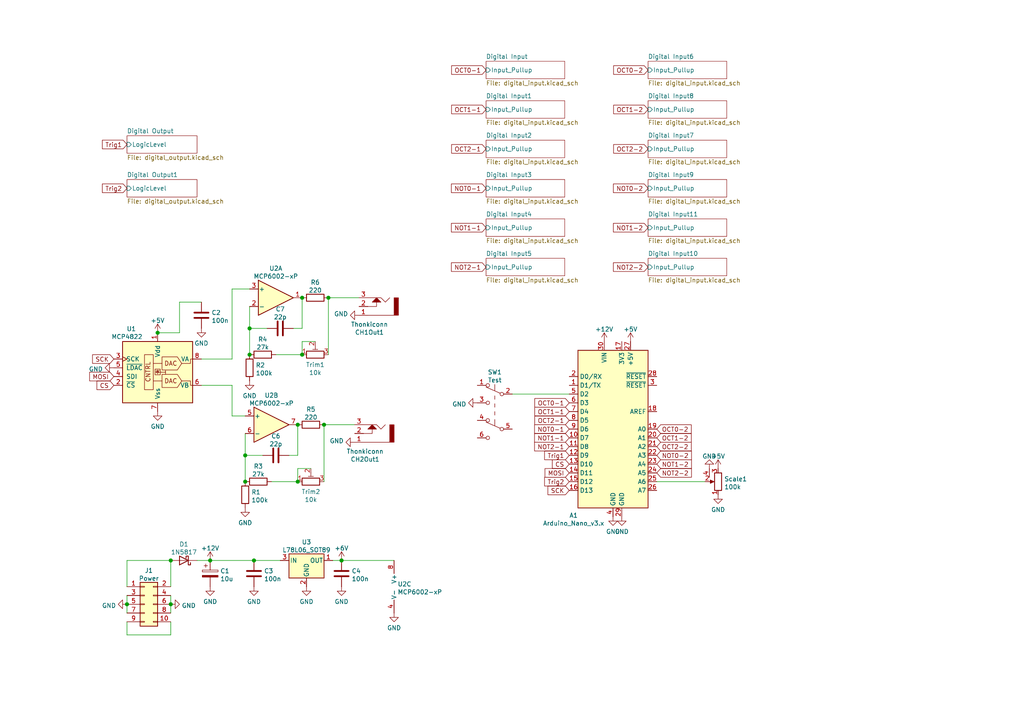
<source format=kicad_sch>
(kicad_sch (version 20210126) (generator eeschema)
  (paper "A4")
  (lib_symbols
    (symbol "Amplifier_Operational:MCP6002-xP" (pin_names (offset 0.127))
      (property "Reference" "U" (at 0 5.08 0))
      (property "Value" "MCP6002-xP" (at 0 -5.08 0))
      (symbol "MCP6002-xP_1_1"
        (polyline (pts (xy -5.08 5.08) (xy 5.08 0) (xy -5.08 -5.08) (xy -5.08 5.08)) (stroke (width 0.254)) (fill (type background)))
        (pin output line (at 7.62 0 180) (length 2.54) (name "~") (number "1"))
        (pin input line (at -7.62 -2.54 0) (length 2.54) (name "-") (number "2"))
        (pin input line (at -7.62 2.54 0) (length 2.54) (name "+") (number "3"))
      )
      (symbol "MCP6002-xP_2_1"
        (polyline (pts (xy -5.08 5.08) (xy 5.08 0) (xy -5.08 -5.08) (xy -5.08 5.08)) (stroke (width 0.254)) (fill (type background)))
        (pin input line (at -7.62 2.54 0) (length 2.54) (name "+") (number "5"))
        (pin input line (at -7.62 -2.54 0) (length 2.54) (name "-") (number "6"))
        (pin output line (at 7.62 0 180) (length 2.54) (name "~") (number "7"))
      )
      (symbol "MCP6002-xP_3_1"
        (pin power_in line (at -2.54 -7.62 90) (length 3.81) (name "V-") (number "4"))
        (pin power_in line (at -2.54 7.62 270) (length 3.81) (name "V+") (number "8"))
      )
    )
    (symbol "Analog_DAC:MCP4822" (pin_names (offset 1.016))
      (property "Reference" "U" (at -2.54 10.795 0))
      (property "Value" "MCP4822" (at -2.54 8.89 0))
      (symbol "MCP4822_0_0"
        (text "CNTRL" (at -2.032 -4.191 900) (effects (font (size 1.27 1.27)) (justify left bottom)))
        (text "DAC" (at 3.81 -3.81 0) (effects (font (size 1.27 1.27))))
        (text "DAC" (at 3.81 1.27 0) (effects (font (size 1.27 1.27))))
        (rectangle (start 0.762 -0.381) (end -0.762 -2.032))
        (polyline (pts (xy 0 -1.778) (xy 0 -0.635)))
        (polyline (pts (xy 0.381 -0.889) (xy 0.508 -0.762)))
        (polyline (pts (xy 2.286 -1.143) (xy 2.286 -1.905)))
        (polyline (pts (xy 0.381 -0.889) (xy -0.381 -0.889) (xy -0.508 -1.016)))
        (polyline (pts (xy 0.762 -1.27) (xy 2.286 -1.27) (xy 2.286 -0.762)))
        (polyline (pts (xy 0 -0.889) (xy 0.508 -1.397) (xy -0.508 -1.397) (xy 0 -0.889)))
        (polyline (pts (xy 6.985 -3.81) (xy 9.525 -3.81) (xy 9.525 -5.08) (xy 10.16 -5.08)))
        (polyline (pts (xy 6.985 1.27) (xy 9.525 1.27) (xy 9.525 2.54) (xy 10.16 2.54)))
      )
      (symbol "MCP4822_0_1"
        (rectangle (start -1.27 -6.35) (end -3.81 3.81))
        (rectangle (start -10.16 7.62) (end 10.16 -10.16) (stroke (width 0.254)) (fill (type background)))
        (polyline (pts (xy 1.27 -3.81) (xy -1.27 -3.81)))
        (polyline (pts (xy 1.27 1.27) (xy -1.27 1.27)))
        (polyline (pts (xy 6.985 -3.81) (xy 5.715 -1.905) (xy 1.27 -1.905) (xy 1.27 -5.715) (xy 5.715 -5.715) (xy 6.985 -3.81)))
        (polyline (pts (xy 6.985 1.27) (xy 5.715 3.175) (xy 1.27 3.175) (xy 1.27 -0.635) (xy 5.715 -0.635) (xy 6.985 1.27)))
      )
      (symbol "MCP4822_1_1"
        (pin power_in line (at 0 10.16 270) (length 2.54) (name "Vdd") (number "1"))
        (pin input line (at -12.7 -5.08 0) (length 2.54) (name "~CS") (number "2"))
        (pin input clock (at -12.7 2.54 0) (length 2.54) (name "SCK") (number "3"))
        (pin input line (at -12.7 -2.54 0) (length 2.54) (name "SDI") (number "4"))
        (pin input line (at -12.7 0 0) (length 2.54) (name "~LDAC") (number "5"))
        (pin output line (at 12.7 -5.08 180) (length 2.54) (name "VB") (number "6"))
        (pin power_in line (at 0 -12.7 90) (length 2.54) (name "Vss") (number "7"))
        (pin output line (at 12.7 2.54 180) (length 2.54) (name "VA") (number "8"))
      )
    )
    (symbol "Connector_Generic:Conn_02x05_Odd_Even" (pin_names (offset 1.016) hide)
      (property "Reference" "J" (at 1.27 7.62 0))
      (property "Value" "Conn_02x05_Odd_Even" (at 1.27 -7.62 0))
      (symbol "Conn_02x05_Odd_Even_1_1"
        (rectangle (start -1.27 -4.953) (end 0 -5.207) (stroke (width 0.1524)))
        (rectangle (start -1.27 -2.413) (end 0 -2.667) (stroke (width 0.1524)))
        (rectangle (start -1.27 0.127) (end 0 -0.127) (stroke (width 0.1524)))
        (rectangle (start -1.27 2.667) (end 0 2.413) (stroke (width 0.1524)))
        (rectangle (start -1.27 5.207) (end 0 4.953) (stroke (width 0.1524)))
        (rectangle (start 3.81 -4.953) (end 2.54 -5.207) (stroke (width 0.1524)))
        (rectangle (start 3.81 -2.413) (end 2.54 -2.667) (stroke (width 0.1524)))
        (rectangle (start 3.81 0.127) (end 2.54 -0.127) (stroke (width 0.1524)))
        (rectangle (start 3.81 2.667) (end 2.54 2.413) (stroke (width 0.1524)))
        (rectangle (start 3.81 5.207) (end 2.54 4.953) (stroke (width 0.1524)))
        (rectangle (start -1.27 6.35) (end 3.81 -6.35) (stroke (width 0.254)) (fill (type background)))
        (pin passive line (at -5.08 5.08 0) (length 3.81) (name "Pin_1") (number "1"))
        (pin passive line (at 7.62 -5.08 180) (length 3.81) (name "Pin_10") (number "10"))
        (pin passive line (at 7.62 5.08 180) (length 3.81) (name "Pin_2") (number "2"))
        (pin passive line (at -5.08 2.54 0) (length 3.81) (name "Pin_3") (number "3"))
        (pin passive line (at 7.62 2.54 180) (length 3.81) (name "Pin_4") (number "4"))
        (pin passive line (at -5.08 0 0) (length 3.81) (name "Pin_5") (number "5"))
        (pin passive line (at 7.62 0 180) (length 3.81) (name "Pin_6") (number "6"))
        (pin passive line (at -5.08 -2.54 0) (length 3.81) (name "Pin_7") (number "7"))
        (pin passive line (at 7.62 -2.54 180) (length 3.81) (name "Pin_8") (number "8"))
        (pin passive line (at -5.08 -5.08 0) (length 3.81) (name "Pin_9") (number "9"))
      )
    )
    (symbol "Device:C" (pin_numbers hide) (pin_names (offset 0.254))
      (property "Reference" "C" (at 0.635 2.54 0))
      (property "Value" "C" (at 0.635 -2.54 0))
      (symbol "C_0_1"
        (polyline (pts (xy -2.032 -0.762) (xy 2.032 -0.762)) (stroke (width 0.508)))
        (polyline (pts (xy -2.032 0.762) (xy 2.032 0.762)) (stroke (width 0.508)))
      )
      (symbol "C_1_1"
        (pin passive line (at 0 3.81 270) (length 2.794) (name "~") (number "1"))
        (pin passive line (at 0 -3.81 90) (length 2.794) (name "~") (number "2"))
      )
    )
    (symbol "Device:C_Polarized" (pin_numbers hide) (pin_names (offset 0.254))
      (property "Reference" "C" (at 0.635 2.54 0))
      (property "Value" "C_Polarized" (at 0.635 -2.54 0))
      (symbol "C_Polarized_0_1"
        (rectangle (start -2.286 0.508) (end 2.286 1.016))
        (rectangle (start 2.286 -0.508) (end -2.286 -1.016) (fill (type outline)))
        (polyline (pts (xy -1.778 2.286) (xy -0.762 2.286)))
        (polyline (pts (xy -1.27 2.794) (xy -1.27 1.778)))
      )
      (symbol "C_Polarized_1_1"
        (pin passive line (at 0 3.81 270) (length 2.794) (name "~") (number "1"))
        (pin passive line (at 0 -3.81 90) (length 2.794) (name "~") (number "2"))
      )
    )
    (symbol "Device:R" (pin_numbers hide) (pin_names (offset 0))
      (property "Reference" "R" (at 2.032 0 90))
      (property "Value" "R" (at 0 0 90))
      (symbol "R_0_1"
        (rectangle (start -1.016 -2.54) (end 1.016 2.54) (stroke (width 0.254)))
      )
      (symbol "R_1_1"
        (pin passive line (at 0 3.81 270) (length 1.27) (name "~") (number "1"))
        (pin passive line (at 0 -3.81 90) (length 1.27) (name "~") (number "2"))
      )
    )
    (symbol "Device:R_Potentiometer_GND2" (pin_names (offset 1.016) hide)
      (property "Reference" "RV" (at -4.445 0 90))
      (property "Value" "R_Potentiometer_GND2" (at -2.54 0 90))
      (symbol "R_Potentiometer_GND2_0_1"
        (rectangle (start 1.016 2.54) (end -1.016 -2.54) (stroke (width 0.254)))
        (polyline (pts (xy 2.54 0) (xy 1.524 0)))
        (polyline (pts (xy 1.143 0) (xy 2.286 0.508) (xy 2.286 -0.508) (xy 1.143 0)) (fill (type outline)))
      )
      (symbol "R_Potentiometer_GND2_1_1"
        (pin passive line (at 0 3.81 270) (length 1.27) (name "1") (number "1"))
        (pin passive line (at 3.81 0 180) (length 1.27) (name "2") (number "2"))
        (pin passive line (at 0 -3.81 90) (length 1.27) (name "3") (number "3"))
        (pin passive line (at 2.54 -3.81 90) (length 2.54) (name "GND") (number "4"))
      )
    )
    (symbol "Device:R_Potentiometer_Trim" (pin_names (offset 1.016) hide)
      (property "Reference" "RV" (at -4.445 0 90))
      (property "Value" "R_Potentiometer_Trim" (at -2.54 0 90))
      (symbol "R_Potentiometer_Trim_0_1"
        (rectangle (start 1.016 2.54) (end -1.016 -2.54) (stroke (width 0.254)))
        (polyline (pts (xy 1.524 0.762) (xy 1.524 -0.762)))
        (polyline (pts (xy 2.54 0) (xy 1.524 0)))
      )
      (symbol "R_Potentiometer_Trim_1_1"
        (pin passive line (at 0 3.81 270) (length 1.27) (name "1") (number "1"))
        (pin passive line (at 3.81 0 180) (length 1.27) (name "2") (number "2"))
        (pin passive line (at 0 -3.81 90) (length 1.27) (name "3") (number "3"))
      )
    )
    (symbol "Diode:1N5817" (pin_numbers hide) (pin_names (offset 1.016) hide)
      (property "Reference" "D" (at 0 2.54 0))
      (property "Value" "1N5817" (at 0 -2.54 0))
      (symbol "1N5817_0_1"
        (polyline (pts (xy 1.27 0) (xy -1.27 0)))
        (polyline (pts (xy 1.27 1.27) (xy 1.27 -1.27) (xy -1.27 0) (xy 1.27 1.27)) (stroke (width 0.254)))
        (polyline (pts (xy -1.905 0.635) (xy -1.905 1.27) (xy -1.27 1.27) (xy -1.27 -1.27) (xy -0.635 -1.27) (xy -0.635 -0.635)) (stroke (width 0.254)))
      )
      (symbol "1N5817_1_1"
        (pin passive line (at -3.81 0 0) (length 2.54) (name "K") (number "1"))
        (pin passive line (at 3.81 0 180) (length 2.54) (name "A") (number "2"))
      )
    )
    (symbol "MCU_Module:Arduino_Nano_v3.x"
      (property "Reference" "A" (at -10.16 23.495 0))
      (property "Value" "Arduino_Nano_v3.x" (at 5.08 -24.13 0))
      (symbol "Arduino_Nano_v3.x_0_1"
        (rectangle (start -10.16 22.86) (end 10.16 -22.86) (stroke (width 0.254)) (fill (type background)))
      )
      (symbol "Arduino_Nano_v3.x_1_1"
        (pin bidirectional line (at -12.7 12.7 0) (length 2.54) (name "D1/TX") (number "1"))
        (pin bidirectional line (at -12.7 -2.54 0) (length 2.54) (name "D7") (number "10"))
        (pin bidirectional line (at -12.7 -5.08 0) (length 2.54) (name "D8") (number "11"))
        (pin bidirectional line (at -12.7 -7.62 0) (length 2.54) (name "D9") (number "12"))
        (pin bidirectional line (at -12.7 -10.16 0) (length 2.54) (name "D10") (number "13"))
        (pin bidirectional line (at -12.7 -12.7 0) (length 2.54) (name "D11") (number "14"))
        (pin bidirectional line (at -12.7 -15.24 0) (length 2.54) (name "D12") (number "15"))
        (pin bidirectional line (at -12.7 -17.78 0) (length 2.54) (name "D13") (number "16"))
        (pin power_out line (at 2.54 25.4 270) (length 2.54) (name "3V3") (number "17"))
        (pin input line (at 12.7 5.08 180) (length 2.54) (name "AREF") (number "18"))
        (pin bidirectional line (at 12.7 0 180) (length 2.54) (name "A0") (number "19"))
        (pin bidirectional line (at -12.7 15.24 0) (length 2.54) (name "D0/RX") (number "2"))
        (pin bidirectional line (at 12.7 -2.54 180) (length 2.54) (name "A1") (number "20"))
        (pin bidirectional line (at 12.7 -5.08 180) (length 2.54) (name "A2") (number "21"))
        (pin bidirectional line (at 12.7 -7.62 180) (length 2.54) (name "A3") (number "22"))
        (pin bidirectional line (at 12.7 -10.16 180) (length 2.54) (name "A4") (number "23"))
        (pin bidirectional line (at 12.7 -12.7 180) (length 2.54) (name "A5") (number "24"))
        (pin bidirectional line (at 12.7 -15.24 180) (length 2.54) (name "A6") (number "25"))
        (pin bidirectional line (at 12.7 -17.78 180) (length 2.54) (name "A7") (number "26"))
        (pin power_out line (at 5.08 25.4 270) (length 2.54) (name "+5V") (number "27"))
        (pin input line (at 12.7 15.24 180) (length 2.54) (name "~RESET") (number "28"))
        (pin power_in line (at 2.54 -25.4 90) (length 2.54) (name "GND") (number "29"))
        (pin input line (at 12.7 12.7 180) (length 2.54) (name "~RESET") (number "3"))
        (pin power_in line (at -2.54 25.4 270) (length 2.54) (name "VIN") (number "30"))
        (pin power_in line (at 0 -25.4 90) (length 2.54) (name "GND") (number "4"))
        (pin bidirectional line (at -12.7 10.16 0) (length 2.54) (name "D2") (number "5"))
        (pin bidirectional line (at -12.7 7.62 0) (length 2.54) (name "D3") (number "6"))
        (pin bidirectional line (at -12.7 5.08 0) (length 2.54) (name "D4") (number "7"))
        (pin bidirectional line (at -12.7 2.54 0) (length 2.54) (name "D5") (number "8"))
        (pin bidirectional line (at -12.7 0 0) (length 2.54) (name "D6") (number "9"))
      )
    )
    (symbol "Regulator_Linear:L78L06_SOT89" (pin_names (offset 0.254))
      (property "Reference" "U" (at -3.81 3.175 0))
      (property "Value" "L78L06_SOT89" (at -0.635 3.175 0))
      (symbol "L78L06_SOT89_0_1"
        (rectangle (start -5.08 1.905) (end 5.08 -5.08) (stroke (width 0.254)) (fill (type background)))
      )
      (symbol "L78L06_SOT89_1_1"
        (pin power_out line (at 7.62 0 180) (length 2.54) (name "OUT") (number "1"))
        (pin power_in line (at 0 -7.62 90) (length 2.54) (name "GND") (number "2"))
        (pin power_in line (at -7.62 0 0) (length 2.54) (name "IN") (number "3"))
      )
    )
    (symbol "Switch:SW_Push_DPDT" (pin_names (offset 0) hide)
      (property "Reference" "SW" (at 0 8.89 0))
      (property "Value" "SW_Push_DPDT" (at 0 -10.16 0))
      (symbol "SW_Push_DPDT_0_0"
        (circle (center -2.032 -5.08) (radius 0.508))
        (circle (center -2.032 5.08) (radius 0.508))
        (circle (center 2.032 -7.62) (radius 0.508))
        (circle (center 2.032 2.54) (radius 0.508))
      )
      (symbol "SW_Push_DPDT_0_1"
        (circle (center 2.032 -2.54) (radius 0.508))
        (circle (center 2.032 7.62) (radius 0.508))
        (polyline (pts (xy -1.524 -4.826) (xy 2.54 -3.048)))
        (polyline (pts (xy -1.524 5.334) (xy 2.54 7.112)))
        (polyline (pts (xy 0 -2.286) (xy 0 -4.064)))
        (polyline (pts (xy 0 -1.016) (xy 0 0)))
        (polyline (pts (xy 0 1.27) (xy 0 2.286)))
        (polyline (pts (xy 0 3.556) (xy 0 4.572)))
        (polyline (pts (xy 0 7.874) (xy 0 6.096)))
      )
      (symbol "SW_Push_DPDT_1_1"
        (pin passive line (at 5.08 7.62 180) (length 2.54) (name "A") (number "1"))
        (pin passive line (at -5.08 5.08 0) (length 2.54) (name "B") (number "2"))
        (pin passive line (at 5.08 2.54 180) (length 2.54) (name "C") (number "3"))
        (pin passive line (at 5.08 -2.54 180) (length 2.54) (name "A") (number "4"))
        (pin passive line (at -5.08 -5.08 0) (length 2.54) (name "B") (number "5"))
        (pin passive line (at 5.08 -7.62 180) (length 2.54) (name "C") (number "6"))
      )
    )
    (symbol "nathans_symbols:Thonkiconn"
      (property "Reference" "U" (at -2.54 7.62 0))
      (property "Value" "Thonkiconn" (at -2.54 5.08 0))
      (symbol "Thonkiconn_0_1"
        (rectangle (start -11.43 2.54) (end -10.16 -2.54) (stroke (width 0.1524)) (fill (type outline)))
        (polyline (pts (xy -2.54 2.54) (xy -10.16 2.54)) (stroke (width 0.1524)))
        (polyline (pts (xy -2.54 0) (xy -5.08 0) (xy -5.08 -2.54)) (stroke (width 0.1524)))
        (polyline (pts (xy -2.54 -2.54) (xy -6.35 -2.54) (xy -7.62 -1.27) (xy -8.89 -2.54)) (stroke (width 0.1524)))
        (polyline (pts (xy -5.08 -2.54) (xy -6.35 -1.27) (xy -3.81 -1.27) (xy -5.08 -2.54)) (stroke (width 0.1524)) (fill (type outline)))
      )
      (symbol "Thonkiconn_1_1"
        (pin passive line (at 0 2.54 180) (length 2.54) (name "") (number "1"))
        (pin passive line (at 0 0 180) (length 2.54) (name "") (number "2"))
        (pin passive line (at 0 -2.54 180) (length 2.54) (name "") (number "3"))
      )
    )
    (symbol "power:+12V" (power) (pin_names (offset 0))
      (property "Value" "+12V" (at 0 3.556 0))
      (symbol "+12V_0_1"
        (polyline (pts (xy -0.762 1.27) (xy 0 2.54)))
        (polyline (pts (xy 0 0) (xy 0 2.54)))
        (polyline (pts (xy 0 2.54) (xy 0.762 1.27)))
      )
      (symbol "+12V_1_1"
        (pin power_in line (at 0 0 90) (length 0) hide (name "+12V") (number "1"))
      )
    )
    (symbol "power:+5V" (power) (pin_names (offset 0))
      (property "Value" "+5V" (at 0 3.556 0))
      (symbol "+5V_0_1"
        (polyline (pts (xy -0.762 1.27) (xy 0 2.54)))
        (polyline (pts (xy 0 0) (xy 0 2.54)))
        (polyline (pts (xy 0 2.54) (xy 0.762 1.27)))
      )
      (symbol "+5V_1_1"
        (pin power_in line (at 0 0 90) (length 0) hide (name "+5V") (number "1"))
      )
    )
    (symbol "power:+6V" (power) (pin_names (offset 0))
      (property "Value" "+6V" (at 0 3.556 0))
      (symbol "+6V_0_1"
        (polyline (pts (xy -0.762 1.27) (xy 0 2.54)))
        (polyline (pts (xy 0 0) (xy 0 2.54)))
        (polyline (pts (xy 0 2.54) (xy 0.762 1.27)))
      )
      (symbol "+6V_1_1"
        (pin power_in line (at 0 0 90) (length 0) hide (name "+6V") (number "1"))
      )
    )
    (symbol "power:GND" (power) (pin_names (offset 0))
      (property "Value" "GND" (at 0 -3.81 0))
      (symbol "GND_0_1"
        (polyline (pts (xy 0 0) (xy 0 -1.27) (xy 1.27 -1.27) (xy 0 -2.54) (xy -1.27 -1.27) (xy 0 -1.27)))
      )
      (symbol "GND_1_1"
        (pin power_in line (at 0 0 270) (length 0) hide (name "GND") (number "1"))
      )
    )
  )
  (junction (at 36.83 175.26) (diameter 1.016))
  (junction (at 45.72 96.52) (diameter 1.016))
  (junction (at 49.53 162.56) (diameter 1.016))
  (junction (at 49.53 175.26) (diameter 1.016))
  (junction (at 60.96 162.56) (diameter 1.016))
  (junction (at 71.12 132.08) (diameter 1.016))
  (junction (at 71.12 139.7) (diameter 1.016))
  (junction (at 72.39 95.25) (diameter 1.016))
  (junction (at 72.39 102.87) (diameter 1.016))
  (junction (at 73.66 162.56) (diameter 1.016))
  (junction (at 86.36 123.19) (diameter 1.016))
  (junction (at 86.36 139.7) (diameter 1.016))
  (junction (at 87.63 86.36) (diameter 1.016))
  (junction (at 87.63 102.87) (diameter 1.016))
  (junction (at 93.98 123.19) (diameter 1.016))
  (junction (at 95.25 86.36) (diameter 1.016))
  (junction (at 99.06 162.56) (diameter 1.016))
  (wire (pts (xy 36.83 162.56) (xy 49.53 162.56)))
  (wire (pts (xy 36.83 170.18) (xy 36.83 162.56)))
  (wire (pts (xy 36.83 172.72) (xy 36.83 175.26)))
  (wire (pts (xy 36.83 175.26) (xy 36.83 177.8)))
  (wire (pts (xy 36.83 180.34) (xy 36.83 184.15)))
  (wire (pts (xy 36.83 184.15) (xy 49.53 184.15)))
  (wire (pts (xy 45.72 96.52) (xy 52.07 96.52)))
  (wire (pts (xy 49.53 170.18) (xy 49.53 162.56)))
  (wire (pts (xy 49.53 172.72) (xy 49.53 175.26)))
  (wire (pts (xy 49.53 175.26) (xy 49.53 177.8)))
  (wire (pts (xy 49.53 184.15) (xy 49.53 180.34)))
  (wire (pts (xy 52.07 87.63) (xy 58.42 87.63)))
  (wire (pts (xy 52.07 96.52) (xy 52.07 87.63)))
  (wire (pts (xy 57.15 162.56) (xy 60.96 162.56)))
  (wire (pts (xy 60.96 162.56) (xy 73.66 162.56)))
  (wire (pts (xy 67.31 83.82) (xy 67.31 104.14)))
  (wire (pts (xy 67.31 104.14) (xy 58.42 104.14)))
  (wire (pts (xy 67.31 111.76) (xy 58.42 111.76)))
  (wire (pts (xy 67.31 120.65) (xy 67.31 111.76)))
  (wire (pts (xy 71.12 120.65) (xy 67.31 120.65)))
  (wire (pts (xy 71.12 125.73) (xy 71.12 132.08)))
  (wire (pts (xy 71.12 132.08) (xy 71.12 139.7)))
  (wire (pts (xy 71.12 132.08) (xy 76.2 132.08)))
  (wire (pts (xy 72.39 83.82) (xy 67.31 83.82)))
  (wire (pts (xy 72.39 88.9) (xy 72.39 95.25)))
  (wire (pts (xy 72.39 95.25) (xy 72.39 102.87)))
  (wire (pts (xy 72.39 95.25) (xy 77.47 95.25)))
  (wire (pts (xy 73.66 162.56) (xy 81.28 162.56)))
  (wire (pts (xy 78.74 139.7) (xy 86.36 139.7)))
  (wire (pts (xy 80.01 102.87) (xy 87.63 102.87)))
  (wire (pts (xy 83.82 132.08) (xy 86.36 132.08)))
  (wire (pts (xy 85.09 95.25) (xy 87.63 95.25)))
  (wire (pts (xy 86.36 132.08) (xy 86.36 123.19)))
  (wire (pts (xy 86.36 135.89) (xy 86.36 139.7)))
  (wire (pts (xy 87.63 95.25) (xy 87.63 86.36)))
  (wire (pts (xy 87.63 99.06) (xy 87.63 102.87)))
  (wire (pts (xy 90.17 135.89) (xy 86.36 135.89)))
  (wire (pts (xy 91.44 99.06) (xy 87.63 99.06)))
  (wire (pts (xy 93.98 123.19) (xy 93.98 139.7)))
  (wire (pts (xy 93.98 123.19) (xy 102.87 123.19)))
  (wire (pts (xy 95.25 86.36) (xy 95.25 102.87)))
  (wire (pts (xy 95.25 86.36) (xy 104.14 86.36)))
  (wire (pts (xy 96.52 162.56) (xy 99.06 162.56)))
  (wire (pts (xy 99.06 162.56) (xy 114.3 162.56)))
  (wire (pts (xy 148.59 114.3) (xy 165.1 114.3)))
  (wire (pts (xy 190.5 139.7) (xy 204.47 139.7)))
  (global_label "SCK" (shape input) (at 33.02 104.14 180) (property "Intersheet References" "${INTERSHEET_REFS}" (effects hide)))
  (global_label "MOSI" (shape input) (at 33.02 109.22 180) (property "Intersheet References" "${INTERSHEET_REFS}" (effects hide)))
  (global_label "CS" (shape input) (at 33.02 111.76 180) (property "Intersheet References" "${INTERSHEET_REFS}" (effects hide)))
  (global_label "Trig1" (shape input) (at 36.83 41.91 180) (property "Intersheet References" "${INTERSHEET_REFS}" (effects hide)))
  (global_label "Trig2" (shape input) (at 36.83 54.61 180) (property "Intersheet References" "${INTERSHEET_REFS}" (effects hide)))
  (global_label "OCT0-1" (shape input) (at 140.97 20.32 180) (property "Intersheet References" "${INTERSHEET_REFS}" (effects hide)))
  (global_label "OCT1-1" (shape input) (at 140.97 31.75 180) (property "Intersheet References" "${INTERSHEET_REFS}" (effects hide)))
  (global_label "OCT2-1" (shape input) (at 140.97 43.18 180) (property "Intersheet References" "${INTERSHEET_REFS}" (effects hide)))
  (global_label "NOT0-1" (shape input) (at 140.97 54.61 180) (property "Intersheet References" "${INTERSHEET_REFS}" (effects hide)))
  (global_label "NOT1-1" (shape input) (at 140.97 66.04 180) (property "Intersheet References" "${INTERSHEET_REFS}" (effects hide)))
  (global_label "NOT2-1" (shape input) (at 140.97 77.47 180) (property "Intersheet References" "${INTERSHEET_REFS}" (effects hide)))
  (global_label "OCT0-1" (shape input) (at 165.1 116.84 180) (property "Intersheet References" "${INTERSHEET_REFS}" (effects hide)))
  (global_label "OCT1-1" (shape input) (at 165.1 119.38 180) (property "Intersheet References" "${INTERSHEET_REFS}" (effects hide)))
  (global_label "OCT2-1" (shape input) (at 165.1 121.92 180) (property "Intersheet References" "${INTERSHEET_REFS}" (effects hide)))
  (global_label "NOT0-1" (shape input) (at 165.1 124.46 180) (property "Intersheet References" "${INTERSHEET_REFS}" (effects hide)))
  (global_label "NOT1-1" (shape input) (at 165.1 127 180) (property "Intersheet References" "${INTERSHEET_REFS}" (effects hide)))
  (global_label "NOT2-1" (shape input) (at 165.1 129.54 180) (property "Intersheet References" "${INTERSHEET_REFS}" (effects hide)))
  (global_label "Trig1" (shape input) (at 165.1 132.08 180) (property "Intersheet References" "${INTERSHEET_REFS}" (effects hide)))
  (global_label "CS" (shape input) (at 165.1 134.62 180) (property "Intersheet References" "${INTERSHEET_REFS}" (effects hide)))
  (global_label "MOSI" (shape input) (at 165.1 137.16 180) (property "Intersheet References" "${INTERSHEET_REFS}" (effects hide)))
  (global_label "Trig2" (shape input) (at 165.1 139.7 180) (property "Intersheet References" "${INTERSHEET_REFS}" (effects hide)))
  (global_label "SCK" (shape input) (at 165.1 142.24 180) (property "Intersheet References" "${INTERSHEET_REFS}" (effects hide)))
  (global_label "OCT0-2" (shape input) (at 187.96 20.32 180) (property "Intersheet References" "${INTERSHEET_REFS}" (effects hide)))
  (global_label "OCT1-2" (shape input) (at 187.96 31.75 180) (property "Intersheet References" "${INTERSHEET_REFS}" (effects hide)))
  (global_label "OCT2-2" (shape input) (at 187.96 43.18 180) (property "Intersheet References" "${INTERSHEET_REFS}" (effects hide)))
  (global_label "NOT0-2" (shape input) (at 187.96 54.61 180) (property "Intersheet References" "${INTERSHEET_REFS}" (effects hide)))
  (global_label "NOT1-2" (shape input) (at 187.96 66.04 180) (property "Intersheet References" "${INTERSHEET_REFS}" (effects hide)))
  (global_label "NOT2-2" (shape input) (at 187.96 77.47 180) (property "Intersheet References" "${INTERSHEET_REFS}" (effects hide)))
  (global_label "OCT0-2" (shape input) (at 190.5 124.46 0) (property "Intersheet References" "${INTERSHEET_REFS}" (effects hide)))
  (global_label "OCT1-2" (shape input) (at 190.5 127 0) (property "Intersheet References" "${INTERSHEET_REFS}" (effects hide)))
  (global_label "OCT2-2" (shape input) (at 190.5 129.54 0) (property "Intersheet References" "${INTERSHEET_REFS}" (effects hide)))
  (global_label "NOT0-2" (shape input) (at 190.5 132.08 0) (property "Intersheet References" "${INTERSHEET_REFS}" (effects hide)))
  (global_label "NOT1-2" (shape input) (at 190.5 134.62 0) (property "Intersheet References" "${INTERSHEET_REFS}" (effects hide)))
  (global_label "NOT2-2" (shape input) (at 190.5 137.16 0) (property "Intersheet References" "${INTERSHEET_REFS}" (effects hide)))
  (symbol (lib_id "power:+5V") (at 45.72 96.52 0) (unit 1)
    (property "Reference" "#PWR03" (effects hide))
    (property "Value" "+5V" (at 45.72 92.9726 0))
  )
  (symbol (lib_id "power:+12V") (at 60.96 162.56 0) (unit 1)
    (property "Reference" "#PWR05" (effects hide))
    (property "Value" "+12V" (at 60.96 159.0126 0))
  )
  (symbol (lib_id "power:+6V") (at 99.06 162.56 0) (unit 1)
    (property "Reference" "#PWR010" (effects hide))
    (property "Value" "+6V" (at 99.06 159.0126 0))
  )
  (symbol (lib_id "power:+12V") (at 175.26 99.06 0) (unit 1)
    (property "Reference" "#PWR0112" (effects hide))
    (property "Value" "+12V" (at 175.26 95.5126 0))
  )
  (symbol (lib_id "power:+5V") (at 182.88 99.06 0) (unit 1)
    (property "Reference" "#PWR0113" (effects hide))
    (property "Value" "+5V" (at 182.88 95.5126 0))
  )
  (symbol (lib_id "power:+5V") (at 208.28 135.89 0) (unit 1)
    (property "Reference" "#PWR0107" (effects hide))
    (property "Value" "+5V" (at 208.28 132.3426 0))
  )
  (symbol (lib_id "power:GND") (at 33.02 106.68 270) (unit 1)
    (property "Reference" "#PWR0104" (effects hide))
    (property "Value" "GND" (at 29.845 107.0685 90) (effects (justify right)))
  )
  (symbol (lib_id "power:GND") (at 36.83 175.26 270) (unit 1)
    (property "Reference" "#PWR01" (effects hide))
    (property "Value" "GND" (at 33.655 175.6485 90) (effects (justify right)))
  )
  (symbol (lib_id "power:GND") (at 45.72 119.38 0) (unit 1)
    (property "Reference" "#PWR04" (effects hide))
    (property "Value" "GND" (at 45.72 123.7044 0))
  )
  (symbol (lib_id "power:GND") (at 49.53 175.26 90) (unit 1)
    (property "Reference" "#PWR02" (effects hide))
    (property "Value" "GND" (at 52.7051 175.6485 90) (effects (justify right)))
  )
  (symbol (lib_id "power:GND") (at 58.42 95.25 0) (unit 1)
    (property "Reference" "#PWR07" (effects hide))
    (property "Value" "GND" (at 58.42 99.5744 0))
  )
  (symbol (lib_id "power:GND") (at 60.96 170.18 0) (unit 1)
    (property "Reference" "#PWR06" (effects hide))
    (property "Value" "GND" (at 60.96 174.5044 0))
  )
  (symbol (lib_id "power:GND") (at 71.12 147.32 0) (unit 1)
    (property "Reference" "#PWR0102" (effects hide))
    (property "Value" "GND" (at 71.12 151.6444 0))
  )
  (symbol (lib_id "power:GND") (at 72.39 110.49 0) (unit 1)
    (property "Reference" "#PWR0103" (effects hide))
    (property "Value" "GND" (at 72.39 114.8144 0))
  )
  (symbol (lib_id "power:GND") (at 73.66 170.18 0) (unit 1)
    (property "Reference" "#PWR08" (effects hide))
    (property "Value" "GND" (at 73.66 174.5044 0))
  )
  (symbol (lib_id "power:GND") (at 88.9 170.18 0) (unit 1)
    (property "Reference" "#PWR09" (effects hide))
    (property "Value" "GND" (at 88.9 174.5044 0))
  )
  (symbol (lib_id "power:GND") (at 99.06 170.18 0) (unit 1)
    (property "Reference" "#PWR011" (effects hide))
    (property "Value" "GND" (at 99.06 174.5044 0))
  )
  (symbol (lib_id "power:GND") (at 102.87 128.27 270) (unit 1)
    (property "Reference" "#PWR0101" (effects hide))
    (property "Value" "GND" (at 99.6949 127.8815 90) (effects (justify right)))
  )
  (symbol (lib_id "power:GND") (at 104.14 91.44 270) (unit 1)
    (property "Reference" "#PWR0105" (effects hide))
    (property "Value" "GND" (at 100.9649 91.0515 90) (effects (justify right)))
  )
  (symbol (lib_id "power:GND") (at 114.3 177.8 0) (unit 1)
    (property "Reference" "#PWR014" (effects hide))
    (property "Value" "GND" (at 114.3 182.1244 0))
  )
  (symbol (lib_id "power:GND") (at 138.43 116.84 270) (unit 1)
    (property "Reference" "#PWR0108" (effects hide))
    (property "Value" "GND" (at 135.255 117.2285 90) (effects (justify right)))
  )
  (symbol (lib_id "power:GND") (at 177.8 149.86 0) (unit 1)
    (property "Reference" "#PWR0110" (effects hide))
    (property "Value" "GND" (at 177.8 154.1844 0))
  )
  (symbol (lib_id "power:GND") (at 180.34 149.86 0) (unit 1)
    (property "Reference" "#PWR0109" (effects hide))
    (property "Value" "GND" (at 180.34 154.1844 0))
  )
  (symbol (lib_id "power:GND") (at 205.74 135.89 180) (unit 1)
    (property "Reference" "#PWR0111" (effects hide))
    (property "Value" "GND" (at 205.74 132.3426 0))
  )
  (symbol (lib_id "power:GND") (at 208.28 143.51 0) (unit 1)
    (property "Reference" "#PWR0106" (effects hide))
    (property "Value" "GND" (at 208.28 147.8344 0))
  )
  (symbol (lib_id "Amplifier_Operational:MCP6002-xP") (at 116.84 170.18 0) (unit 3)
    (property "Reference" "U2" (at 115.3161 169.4191 0) (effects (justify left)))
    (property "Value" "MCP6002-xP" (at 115.3161 171.7178 0) (effects (justify left)))
    (property "Footprint" "Package_SO:SOIC-8_3.9x4.9mm_P1.27mm" (effects hide))
    (property "Datasheet" "http://ww1.microchip.com/downloads/en/DeviceDoc/21733j.pdf" (effects hide))
    (property "LCSC" "C7377" (effects hide))
  )
  (symbol (lib_id "Device:R") (at 71.12 143.51 180) (unit 1)
    (property "Reference" "R1" (at 72.8981 142.7491 0) (effects (justify right)))
    (property "Value" "100k" (at 72.8981 145.0478 0) (effects (justify right)))
    (property "Footprint" "Resistor_SMD:R_0805_2012MetricValue" (effects hide))
    (property "LCSC" "C17407" (effects hide))
  )
  (symbol (lib_id "Device:R") (at 72.39 106.68 180) (unit 1)
    (property "Reference" "R2" (at 74.1681 105.9191 0) (effects (justify right)))
    (property "Value" "100k" (at 74.1681 108.2178 0) (effects (justify right)))
    (property "Footprint" "Resistor_SMD:R_0805_2012MetricValue" (effects hide))
    (property "LCSC" "C17407" (effects hide))
  )
  (symbol (lib_id "Device:R") (at 74.93 139.7 90) (unit 1)
    (property "Reference" "R3" (at 74.93 135.2508 90))
    (property "Value" "27k" (at 74.93 137.5495 90))
    (property "Footprint" "Resistor_SMD:R_0805_2012MetricValue" (effects hide))
    (property "LCSC" "C17593" (effects hide))
  )
  (symbol (lib_id "Device:R") (at 76.2 102.87 90) (unit 1)
    (property "Reference" "R4" (at 76.2 98.4208 90))
    (property "Value" "27k" (at 76.2 100.7195 90))
    (property "Footprint" "Resistor_SMD:R_0805_2012MetricValue" (effects hide))
    (property "LCSC" "C17593" (effects hide))
  )
  (symbol (lib_id "Device:R") (at 90.17 123.19 90) (unit 1)
    (property "Reference" "R5" (at 90.17 118.7408 90))
    (property "Value" "220" (at 90.17 121.0395 90))
    (property "Footprint" "Resistor_SMD:R_0805_2012MetricValue" (effects hide))
    (property "LCSC" "C17557" (effects hide))
  )
  (symbol (lib_id "Device:R") (at 91.44 86.36 90) (unit 1)
    (property "Reference" "R6" (at 91.44 81.9108 90))
    (property "Value" "220" (at 91.44 84.2095 90))
    (property "Footprint" "Resistor_SMD:R_0805_2012MetricValue" (effects hide))
    (property "LCSC" "C17557" (effects hide))
  )
  (symbol (lib_id "Diode:1N5817") (at 53.34 162.56 180) (unit 1)
    (property "Reference" "D1" (at 53.34 157.8568 0))
    (property "Value" "1N5817" (at 53.34 160.1555 0))
    (property "Footprint" "Diode_THT:D_DO-41_SOD81_P10.16mm_Horizontal" (effects hide))
    (property "Datasheet" "http://www.vishay.com/docs/88525/1n5817.pdf" (effects hide))
  )
  (symbol (lib_id "Device:C") (at 58.42 91.44 0) (unit 1)
    (property "Reference" "C2" (at 61.3411 90.6791 0) (effects (justify left)))
    (property "Value" "100n" (at 61.3411 92.9778 0) (effects (justify left)))
    (property "Footprint" "Capacitor_SMD:C_0805_2012MetricVal" (effects hide))
    (property "LCSC" "C49678" (effects hide))
  )
  (symbol (lib_id "Device:C_Polarized") (at 60.96 166.37 0) (unit 1)
    (property "Reference" "C1" (at 63.8811 165.6091 0) (effects (justify left)))
    (property "Value" "10u" (at 63.8811 167.9078 0) (effects (justify left)))
    (property "Footprint" "Capacitor_THT:CP_Radial_D5.0mm_P2.50mm" (effects hide))
  )
  (symbol (lib_id "Device:C") (at 73.66 166.37 0) (unit 1)
    (property "Reference" "C3" (at 76.5811 165.6091 0) (effects (justify left)))
    (property "Value" "100n" (at 76.5811 167.9078 0) (effects (justify left)))
    (property "Footprint" "Capacitor_SMD:C_0805_2012MetricVal" (effects hide))
    (property "LCSC" "C49678" (effects hide))
  )
  (symbol (lib_id "Device:C") (at 80.01 132.08 90) (unit 1)
    (property "Reference" "C6" (at 80.01 126.4878 90))
    (property "Value" "22p" (at 80.01 128.7865 90))
    (property "Footprint" "Capacitor_SMD:C_0805_2012MetricVal" (effects hide))
    (property "LCSC" "C1804" (effects hide))
  )
  (symbol (lib_id "Device:C") (at 81.28 95.25 90) (unit 1)
    (property "Reference" "C7" (at 81.28 89.6578 90))
    (property "Value" "22p" (at 81.28 91.9565 90))
    (property "Footprint" "Capacitor_SMD:C_0805_2012MetricVal" (effects hide))
    (property "LCSC" "C1804" (effects hide))
  )
  (symbol (lib_id "Device:C") (at 99.06 166.37 0) (unit 1)
    (property "Reference" "C4" (at 101.9811 165.6091 0) (effects (justify left)))
    (property "Value" "100n" (at 101.9811 167.9078 0) (effects (justify left)))
    (property "Footprint" "Capacitor_SMD:C_0805_2012MetricVal" (effects hide))
    (property "LCSC" "C49678" (effects hide))
  )
  (symbol (lib_id "Device:R_Potentiometer_Trim") (at 90.17 139.7 90) (unit 1)
    (property "Reference" "Trim2" (at 90.17 142.6274 90))
    (property "Value" "10k" (at 90.17 144.9261 90))
    (property "Footprint" "Potentiometer_THT:Potentiometer_Bourns_3296W_Vertical" (effects hide))
  )
  (symbol (lib_id "Device:R_Potentiometer_Trim") (at 91.44 102.87 90) (unit 1)
    (property "Reference" "Trim1" (at 91.44 105.7974 90))
    (property "Value" "10k" (at 91.44 108.0961 90))
    (property "Footprint" "Potentiometer_THT:Potentiometer_Bourns_3296W_Vertical" (effects hide))
  )
  (symbol (lib_id "Device:R_Potentiometer_GND2") (at 208.28 139.7 180) (unit 1)
    (property "Reference" "Scale1" (at 210.0581 138.9391 0) (effects (justify right)))
    (property "Value" "100k" (at 210.0581 141.2378 0) (effects (justify right)))
    (property "Footprint" "Potentiometer_THT:Potentiometer_GND_Alpha_RD901F-40-00D_Single_Vertical_CircularHoles" (effects hide))
  )
  (symbol (lib_id "nathans_symbols:Thonkiconn") (at 102.87 125.73 180) (unit 1)
    (property "Reference" "CH2Out1" (at 105.8926 133.2272 0))
    (property "Value" "Thonkiconn" (at 105.8926 130.9285 0))
    (property "Footprint" "kicad_libraries:Thonkiconn" (effects hide))
  )
  (symbol (lib_id "nathans_symbols:Thonkiconn") (at 104.14 88.9 180) (unit 1)
    (property "Reference" "CH1Out1" (at 107.1626 96.3972 0))
    (property "Value" "Thonkiconn" (at 107.1626 94.0985 0))
    (property "Footprint" "kicad_libraries:Thonkiconn" (effects hide))
  )
  (symbol (lib_id "Regulator_Linear:L78L06_SOT89") (at 88.9 162.56 0) (unit 1)
    (property "Reference" "U3" (at 88.9 157.2218 0))
    (property "Value" "L78L06_SOT89" (at 88.9 159.5205 0))
    (property "Footprint" "Package_TO_SOT_SMD:SOT-89-3" (effects hide))
    (property "Datasheet" "http://www.st.com/content/ccc/resource/technical/document/datasheet/15/55/e5/aa/23/5b/43/fd/CD00000446.pdf/files/CD00000446.pdf/jcr:content/translations/en.CD00000446.pdf" (effects hide))
    (property "LCSC" "C122845" (effects hide))
  )
  (symbol (lib_id "Amplifier_Operational:MCP6002-xP") (at 78.74 123.19 0) (unit 2)
    (property "Reference" "U2" (at 78.74 114.6768 0))
    (property "Value" "MCP6002-xP" (at 78.74 116.9755 0))
    (property "Footprint" "Package_SO:SOIC-8_3.9x4.9mm_P1.27mm" (effects hide))
    (property "Datasheet" "http://ww1.microchip.com/downloads/en/DeviceDoc/21733j.pdf" (effects hide))
    (property "LCSC" "C7377" (effects hide))
  )
  (symbol (lib_id "Amplifier_Operational:MCP6002-xP") (at 80.01 86.36 0) (unit 1)
    (property "Reference" "U2" (at 80.01 77.8468 0))
    (property "Value" "MCP6002-xP" (at 80.01 80.1455 0))
    (property "Footprint" "Package_SO:SOIC-8_3.9x4.9mm_P1.27mm" (effects hide))
    (property "Datasheet" "http://ww1.microchip.com/downloads/en/DeviceDoc/21733j.pdf" (effects hide))
    (property "LCSC" "C7377" (effects hide))
  )
  (symbol (lib_id "Connector_Generic:Conn_02x05_Odd_Even") (at 41.91 175.26 0) (unit 1)
    (property "Reference" "J1" (at 43.18 165.4768 0))
    (property "Value" "Power" (at 43.18 167.7755 0))
    (property "Footprint" "Connector_IDC:IDC-Header_2x05_P2.54mm_Vertical" (effects hide))
  )
  (symbol (lib_id "Switch:SW_Push_DPDT") (at 143.51 119.38 0) (mirror y) (unit 1)
    (property "Reference" "SW1" (at 143.51 107.9458 0))
    (property "Value" "Test" (at 143.51 110.2445 0))
    (property "Footprint" "Button_Switch_THT:SW_CuK_JS202011CQN_DPDT_Straight" (effects hide))
    (property "LCSC" "C221663" (effects hide))
  )
  (symbol (lib_id "Analog_DAC:MCP4822") (at 45.72 106.68 0) (unit 1)
    (property "Reference" "U1" (at 38.1 95.3728 0))
    (property "Value" "MCP4822" (at 36.83 97.6715 0))
    (property "Footprint" "Package_SO:SOIC-8_3.9x4.9mm_P1.27mm" (effects hide))
    (property "Datasheet" "http://ww1.microchip.com/downloads/en/DeviceDoc/20002249B.pdf" (effects hide))
    (property "LCSC" "C16040" (effects hide))
  )
  (symbol (lib_id "MCU_Module:Arduino_Nano_v3.x") (at 177.8 124.46 0) (unit 1)
    (property "Reference" "A1" (at 166.37 149.4854 0))
    (property "Value" "Arduino_Nano_v3.x" (at 166.37 151.7841 0))
    (property "Footprint" "Module:Arduino_Nano" (effects hide))
    (property "Datasheet" "http://www.mouser.com/pdfdocs/Gravitech_Arduino_Nano3_0.pdf" (effects hide))
  )
  (sheet (at 140.97 17.78) (size 22.86 5.08) (stroke (width 0.0006))
    (property "Sheet name" "Digital Input" (at 140.97 17.1443 0) (effects (justify left bottom)))
    (property "Sheet file" "digital_input.kicad_sch" (at 140.97 23.3687 0) (effects (justify left top)))
    (pin "Input_Pullup" input (at 140.97 20.32 180))
  )
  (sheet (at 140.97 29.21) (size 22.86 5.08) (stroke (width 0.0006))
    (property "Sheet name" "Digital Input1" (at 140.97 28.5743 0) (effects (justify left bottom)))
    (property "Sheet file" "digital_input.kicad_sch" (at 140.97 34.7987 0) (effects (justify left top)))
    (pin "Input_Pullup" input (at 140.97 31.75 180))
  )
  (sheet (at 187.96 74.93) (size 22.86 5.08) (stroke (width 0.0006))
    (property "Sheet name" "Digital Input10" (at 187.96 74.2943 0) (effects (justify left bottom)))
    (property "Sheet file" "digital_input.kicad_sch" (at 187.96 80.5187 0) (effects (justify left top)))
    (pin "Input_Pullup" input (at 187.96 77.47 180))
  )
  (sheet (at 187.96 63.5) (size 22.86 5.08) (stroke (width 0.0006))
    (property "Sheet name" "Digital Input11" (at 187.96 62.8643 0) (effects (justify left bottom)))
    (property "Sheet file" "digital_input.kicad_sch" (at 187.96 69.0887 0) (effects (justify left top)))
    (pin "Input_Pullup" input (at 187.96 66.04 180))
  )
  (sheet (at 140.97 40.64) (size 22.86 5.08) (stroke (width 0.0006))
    (property "Sheet name" "Digital Input2" (at 140.97 40.0043 0) (effects (justify left bottom)))
    (property "Sheet file" "digital_input.kicad_sch" (at 140.97 46.2287 0) (effects (justify left top)))
    (pin "Input_Pullup" input (at 140.97 43.18 180))
  )
  (sheet (at 140.97 52.07) (size 22.86 5.08) (stroke (width 0.0006))
    (property "Sheet name" "Digital Input3" (at 140.97 51.4343 0) (effects (justify left bottom)))
    (property "Sheet file" "digital_input.kicad_sch" (at 140.97 57.6587 0) (effects (justify left top)))
    (pin "Input_Pullup" input (at 140.97 54.61 180))
  )
  (sheet (at 140.97 63.5) (size 22.86 5.08) (stroke (width 0.0006))
    (property "Sheet name" "Digital Input4" (at 140.97 62.8643 0) (effects (justify left bottom)))
    (property "Sheet file" "digital_input.kicad_sch" (at 140.97 69.0887 0) (effects (justify left top)))
    (pin "Input_Pullup" input (at 140.97 66.04 180))
  )
  (sheet (at 140.97 74.93) (size 22.86 5.08) (stroke (width 0.0006))
    (property "Sheet name" "Digital Input5" (at 140.97 74.2943 0) (effects (justify left bottom)))
    (property "Sheet file" "digital_input.kicad_sch" (at 140.97 80.5187 0) (effects (justify left top)))
    (pin "Input_Pullup" input (at 140.97 77.47 180))
  )
  (sheet (at 187.96 17.78) (size 22.86 5.08) (stroke (width 0.0006))
    (property "Sheet name" "Digital Input6" (at 187.96 17.1443 0) (effects (justify left bottom)))
    (property "Sheet file" "digital_input.kicad_sch" (at 187.96 23.3687 0) (effects (justify left top)))
    (pin "Input_Pullup" input (at 187.96 20.32 180))
  )
  (sheet (at 187.96 40.64) (size 22.86 5.08) (stroke (width 0.0006))
    (property "Sheet name" "Digital Input7" (at 187.96 40.0043 0) (effects (justify left bottom)))
    (property "Sheet file" "digital_input.kicad_sch" (at 187.96 46.2287 0) (effects (justify left top)))
    (pin "Input_Pullup" input (at 187.96 43.18 180))
  )
  (sheet (at 187.96 29.21) (size 22.86 5.08) (stroke (width 0.0006))
    (property "Sheet name" "Digital Input8" (at 187.96 28.5743 0) (effects (justify left bottom)))
    (property "Sheet file" "digital_input.kicad_sch" (at 187.96 34.7987 0) (effects (justify left top)))
    (pin "Input_Pullup" input (at 187.96 31.75 180))
  )
  (sheet (at 187.96 52.07) (size 22.86 5.08) (stroke (width 0.0006))
    (property "Sheet name" "Digital Input9" (at 187.96 51.4343 0) (effects (justify left bottom)))
    (property "Sheet file" "digital_input.kicad_sch" (at 187.96 57.6587 0) (effects (justify left top)))
    (pin "Input_Pullup" input (at 187.96 54.61 180))
  )
  (sheet (at 36.83 39.37) (size 20.32 5.08) (stroke (width 0.0006))
    (property "Sheet name" "Digital Output" (at 36.83 38.7343 0) (effects (justify left bottom)))
    (property "Sheet file" "digital_output.kicad_sch" (at 36.83 44.9587 0) (effects (justify left top)))
    (pin "LogicLevel" input (at 36.83 41.91 180))
  )
  (sheet (at 36.83 52.07) (size 20.32 5.08) (stroke (width 0.0006))
    (property "Sheet name" "Digital Output1" (at 36.83 51.4343 0) (effects (justify left bottom)))
    (property "Sheet file" "digital_output.kicad_sch" (at 36.83 57.6587 0) (effects (justify left top)))
    (pin "LogicLevel" input (at 36.83 54.61 180))
  )
)
</source>
